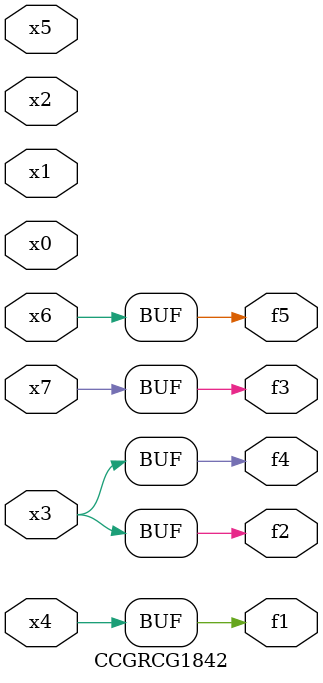
<source format=v>
module CCGRCG1842(
	input x0, x1, x2, x3, x4, x5, x6, x7,
	output f1, f2, f3, f4, f5
);
	assign f1 = x4;
	assign f2 = x3;
	assign f3 = x7;
	assign f4 = x3;
	assign f5 = x6;
endmodule

</source>
